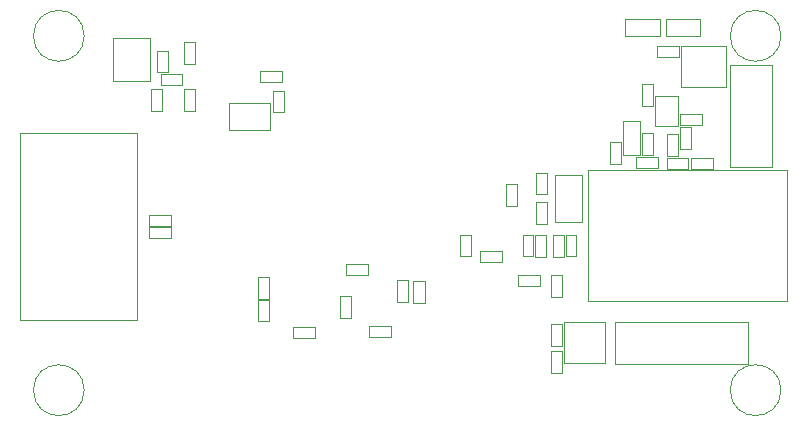
<source format=gbr>
%TF.GenerationSoftware,KiCad,Pcbnew,8.0.2-1*%
%TF.CreationDate,2024-09-12T10:11:59+09:00*%
%TF.ProjectId,gas_nrf52832,6761735f-6e72-4663-9532-3833322e6b69,rev?*%
%TF.SameCoordinates,Original*%
%TF.FileFunction,Other,User*%
%FSLAX46Y46*%
G04 Gerber Fmt 4.6, Leading zero omitted, Abs format (unit mm)*
G04 Created by KiCad (PCBNEW 8.0.2-1) date 2024-09-12 10:11:59*
%MOMM*%
%LPD*%
G01*
G04 APERTURE LIST*
%ADD10C,0.050000*%
%ADD11C,0.100000*%
G04 APERTURE END LIST*
D10*
X143355000Y-86345000D02*
X144295000Y-86345000D01*
X143355000Y-88205000D02*
X143355000Y-86345000D01*
X144295000Y-86345000D02*
X144295000Y-88205000D01*
X144295000Y-88205000D02*
X143355000Y-88205000D01*
X127565000Y-96190000D02*
X129425000Y-96190000D01*
X127565000Y-97130000D02*
X127565000Y-96190000D01*
X129425000Y-96190000D02*
X129425000Y-97130000D01*
X129425000Y-97130000D02*
X127565000Y-97130000D01*
X106350000Y-83645000D02*
X109750000Y-83645000D01*
X106350000Y-85945000D02*
X106350000Y-83645000D01*
X109750000Y-83645000D02*
X109750000Y-85945000D01*
X109750000Y-85945000D02*
X106350000Y-85945000D01*
X108760000Y-100365000D02*
X109680000Y-100365000D01*
X108760000Y-102185000D02*
X108760000Y-100365000D01*
X109680000Y-100365000D02*
X109680000Y-102185000D01*
X109680000Y-102185000D02*
X108760000Y-102185000D01*
X139820000Y-76570000D02*
X142780000Y-76570000D01*
X139820000Y-78030000D02*
X139820000Y-76570000D01*
X142780000Y-76570000D02*
X142780000Y-78030000D01*
X142780000Y-78030000D02*
X139820000Y-78030000D01*
X141305000Y-82080000D02*
X142245000Y-82080000D01*
X141305000Y-83940000D02*
X141305000Y-82080000D01*
X142245000Y-82080000D02*
X142245000Y-83940000D01*
X142245000Y-83940000D02*
X141305000Y-83940000D01*
X96530000Y-78190000D02*
X96530000Y-81790000D01*
X96530000Y-81790000D02*
X99630000Y-81790000D01*
X99630000Y-78190000D02*
X96530000Y-78190000D01*
X99630000Y-81790000D02*
X99630000Y-78190000D01*
X139020000Y-102200000D02*
X139020000Y-105800000D01*
X139020000Y-105800000D02*
X150220000Y-105800000D01*
X150220000Y-102200000D02*
X139020000Y-102200000D01*
X150220000Y-105800000D02*
X150220000Y-102200000D01*
X133900000Y-89750000D02*
X136200000Y-89750000D01*
X133900000Y-93750000D02*
X133900000Y-89750000D01*
X133900000Y-93750000D02*
X136200000Y-93750000D01*
X136200000Y-93750000D02*
X136200000Y-89750000D01*
X143365000Y-88340000D02*
X145185000Y-88340000D01*
X143365000Y-89260000D02*
X143365000Y-88340000D01*
X145185000Y-88340000D02*
X145185000Y-89260000D01*
X145185000Y-89260000D02*
X143365000Y-89260000D01*
X94050000Y-78000000D02*
G75*
G02*
X89750000Y-78000000I-2150000J0D01*
G01*
X89750000Y-78000000D02*
G75*
G02*
X94050000Y-78000000I2150000J0D01*
G01*
X94050000Y-108000000D02*
G75*
G02*
X89750000Y-108000000I-2150000J0D01*
G01*
X89750000Y-108000000D02*
G75*
G02*
X94050000Y-108000000I2150000J0D01*
G01*
X153050000Y-78000000D02*
G75*
G02*
X148750000Y-78000000I-2150000J0D01*
G01*
X148750000Y-78000000D02*
G75*
G02*
X153050000Y-78000000I2150000J0D01*
G01*
X153050000Y-108000000D02*
G75*
G02*
X148750000Y-108000000I-2150000J0D01*
G01*
X148750000Y-108000000D02*
G75*
G02*
X153050000Y-108000000I2150000J0D01*
G01*
X111735000Y-102665000D02*
X113555000Y-102665000D01*
X111735000Y-103585000D02*
X111735000Y-102665000D01*
X113555000Y-102665000D02*
X113555000Y-103585000D01*
X113555000Y-103585000D02*
X111735000Y-103585000D01*
X102490000Y-82505000D02*
X103410000Y-82505000D01*
X102490000Y-84325000D02*
X102490000Y-82505000D01*
X103410000Y-82505000D02*
X103410000Y-84325000D01*
X103410000Y-84325000D02*
X102490000Y-84325000D01*
X142350000Y-83136000D02*
X144350000Y-83136000D01*
X142350000Y-85596000D02*
X142350000Y-83136000D01*
X144350000Y-83136000D02*
X144350000Y-85596000D01*
X144350000Y-85596000D02*
X142350000Y-85596000D01*
X99715000Y-82505000D02*
X100635000Y-82505000D01*
X99715000Y-84325000D02*
X99715000Y-82505000D01*
X100635000Y-82505000D02*
X100635000Y-84325000D01*
X100635000Y-84325000D02*
X99715000Y-84325000D01*
X139670000Y-85170000D02*
X141130000Y-85170000D01*
X139670000Y-88130000D02*
X139670000Y-85170000D01*
X141130000Y-85170000D02*
X141130000Y-88130000D01*
X141130000Y-88130000D02*
X139670000Y-88130000D01*
X132225000Y-94830000D02*
X133165000Y-94830000D01*
X132225000Y-96690000D02*
X132225000Y-94830000D01*
X133165000Y-94830000D02*
X133165000Y-96690000D01*
X133165000Y-96690000D02*
X132225000Y-96690000D01*
X134640000Y-102202500D02*
X134640000Y-105702500D01*
X134640000Y-105702500D02*
X138140000Y-105702500D01*
X138140000Y-102202500D02*
X134640000Y-102202500D01*
X138140000Y-105702500D02*
X138140000Y-102202500D01*
X148700000Y-80435000D02*
X148700000Y-89085000D01*
X148700000Y-89085000D02*
X152300000Y-89085000D01*
X152300000Y-80435000D02*
X148700000Y-80435000D01*
X152300000Y-89085000D02*
X152300000Y-80435000D01*
X110015000Y-82650000D02*
X110935000Y-82650000D01*
X110015000Y-84470000D02*
X110015000Y-82650000D01*
X110935000Y-82650000D02*
X110935000Y-84470000D01*
X110935000Y-84470000D02*
X110015000Y-84470000D01*
X144470000Y-84580000D02*
X146330000Y-84580000D01*
X144470000Y-85520000D02*
X144470000Y-84580000D01*
X146330000Y-84580000D02*
X146330000Y-85520000D01*
X146330000Y-85520000D02*
X144470000Y-85520000D01*
X100250000Y-79280000D02*
X101170000Y-79280000D01*
X100250000Y-81100000D02*
X100250000Y-79280000D01*
X101170000Y-79280000D02*
X101170000Y-81100000D01*
X101170000Y-81100000D02*
X100250000Y-81100000D01*
X130770000Y-98230000D02*
X132630000Y-98230000D01*
X130770000Y-99170000D02*
X130770000Y-98230000D01*
X132630000Y-98230000D02*
X132630000Y-99170000D01*
X132630000Y-99170000D02*
X130770000Y-99170000D01*
X141280000Y-86220000D02*
X142220000Y-86220000D01*
X141280000Y-88080000D02*
X141280000Y-86220000D01*
X142220000Y-86220000D02*
X142220000Y-88080000D01*
X142220000Y-88080000D02*
X141280000Y-88080000D01*
X136750000Y-89377500D02*
X136750000Y-100477500D01*
X136750000Y-100477500D02*
X153550000Y-100477500D01*
X153550000Y-89377500D02*
X136750000Y-89377500D01*
X153550000Y-100477500D02*
X153550000Y-89377500D01*
X145410000Y-88330000D02*
X147270000Y-88330000D01*
X145410000Y-89270000D02*
X145410000Y-88330000D01*
X147270000Y-88330000D02*
X147270000Y-89270000D01*
X147270000Y-89270000D02*
X145410000Y-89270000D01*
X133550000Y-98290000D02*
X134470000Y-98290000D01*
X133550000Y-100110000D02*
X133550000Y-98290000D01*
X134470000Y-98290000D02*
X134470000Y-100110000D01*
X134470000Y-100110000D02*
X133550000Y-100110000D01*
X140790000Y-88290000D02*
X142610000Y-88290000D01*
X140790000Y-89210000D02*
X140790000Y-88290000D01*
X142610000Y-88290000D02*
X142610000Y-89210000D01*
X142610000Y-89210000D02*
X140790000Y-89210000D01*
X120510000Y-98715000D02*
X121430000Y-98715000D01*
X120510000Y-100535000D02*
X120510000Y-98715000D01*
X121430000Y-98715000D02*
X121430000Y-100535000D01*
X121430000Y-100535000D02*
X120510000Y-100535000D01*
X129750000Y-90550000D02*
X130690000Y-90550000D01*
X129750000Y-92410000D02*
X129750000Y-90550000D01*
X130690000Y-90550000D02*
X130690000Y-92410000D01*
X130690000Y-92410000D02*
X129750000Y-92410000D01*
X115730000Y-99995000D02*
X116670000Y-99995000D01*
X115730000Y-101855000D02*
X115730000Y-99995000D01*
X116670000Y-99995000D02*
X116670000Y-101855000D01*
X116670000Y-101855000D02*
X115730000Y-101855000D01*
X125860000Y-94825000D02*
X126780000Y-94825000D01*
X125860000Y-96645000D02*
X125860000Y-94825000D01*
X126780000Y-94825000D02*
X126780000Y-96645000D01*
X126780000Y-96645000D02*
X125860000Y-96645000D01*
X108750000Y-98420000D02*
X109690000Y-98420000D01*
X108750000Y-100280000D02*
X108750000Y-98420000D01*
X109690000Y-98420000D02*
X109690000Y-100280000D01*
X109690000Y-100280000D02*
X108750000Y-100280000D01*
X132340000Y-89610000D02*
X133260000Y-89610000D01*
X132340000Y-91430000D02*
X132340000Y-89610000D01*
X133260000Y-89610000D02*
X133260000Y-91430000D01*
X133260000Y-91430000D02*
X132340000Y-91430000D01*
X142520000Y-78830000D02*
X144380000Y-78830000D01*
X142520000Y-79770000D02*
X142520000Y-78830000D01*
X144380000Y-78830000D02*
X144380000Y-79770000D01*
X144380000Y-79770000D02*
X142520000Y-79770000D01*
X118170000Y-102590000D02*
X119990000Y-102590000D01*
X118170000Y-103510000D02*
X118170000Y-102590000D01*
X119990000Y-102590000D02*
X119990000Y-103510000D01*
X119990000Y-103510000D02*
X118170000Y-103510000D01*
X133605000Y-102410000D02*
X134525000Y-102410000D01*
X133605000Y-104230000D02*
X133605000Y-102410000D01*
X134525000Y-102410000D02*
X134525000Y-104230000D01*
X134525000Y-104230000D02*
X133605000Y-104230000D01*
X144550000Y-78825000D02*
X148400000Y-78825000D01*
X144550000Y-82365000D02*
X144550000Y-78825000D01*
X148400000Y-78825000D02*
X148400000Y-82365000D01*
X148400000Y-82365000D02*
X144550000Y-82365000D01*
X99520000Y-94155000D02*
X101380000Y-94155000D01*
X99520000Y-95095000D02*
X99520000Y-94155000D01*
X101380000Y-94155000D02*
X101380000Y-95095000D01*
X101380000Y-95095000D02*
X99520000Y-95095000D01*
X121930000Y-98720000D02*
X122870000Y-98720000D01*
X121930000Y-100580000D02*
X121930000Y-98720000D01*
X122870000Y-98720000D02*
X122870000Y-100580000D01*
X122870000Y-100580000D02*
X121930000Y-100580000D01*
X143270000Y-76570000D02*
X146230000Y-76570000D01*
X143270000Y-78030000D02*
X143270000Y-76570000D01*
X146230000Y-76570000D02*
X146230000Y-78030000D01*
X146230000Y-78030000D02*
X143270000Y-78030000D01*
X100540000Y-81235000D02*
X102360000Y-81235000D01*
X100540000Y-82155000D02*
X100540000Y-81235000D01*
X102360000Y-81235000D02*
X102360000Y-82155000D01*
X102360000Y-82155000D02*
X100540000Y-82155000D01*
X138540000Y-86990000D02*
X139460000Y-86990000D01*
X138540000Y-88810000D02*
X138540000Y-86990000D01*
X139460000Y-86990000D02*
X139460000Y-88810000D01*
X139460000Y-88810000D02*
X138540000Y-88810000D01*
X133730000Y-94825000D02*
X134670000Y-94825000D01*
X133730000Y-96685000D02*
X133730000Y-94825000D01*
X134670000Y-94825000D02*
X134670000Y-96685000D01*
X134670000Y-96685000D02*
X133730000Y-96685000D01*
X102515000Y-78500000D02*
X103455000Y-78500000D01*
X102515000Y-80360000D02*
X102515000Y-78500000D01*
X103455000Y-78500000D02*
X103455000Y-80360000D01*
X103455000Y-80360000D02*
X102515000Y-80360000D01*
X99520000Y-93130000D02*
X101380000Y-93130000D01*
X99520000Y-94070000D02*
X99520000Y-93130000D01*
X101380000Y-93130000D02*
X101380000Y-94070000D01*
X101380000Y-94070000D02*
X99520000Y-94070000D01*
X144455000Y-85735000D02*
X145395000Y-85735000D01*
X144455000Y-87595000D02*
X144455000Y-85735000D01*
X145395000Y-85735000D02*
X145395000Y-87595000D01*
X145395000Y-87595000D02*
X144455000Y-87595000D01*
X132340000Y-92090000D02*
X133260000Y-92090000D01*
X132340000Y-93910000D02*
X132340000Y-92090000D01*
X133260000Y-92090000D02*
X133260000Y-93910000D01*
X133260000Y-93910000D02*
X132340000Y-93910000D01*
D11*
X88600000Y-86218000D02*
X98550000Y-86218000D01*
X88600000Y-102023000D02*
X88600000Y-86218000D01*
X98550000Y-86218000D02*
X98550000Y-102023000D01*
X98550000Y-102023000D02*
X88600000Y-102023000D01*
D10*
X133605000Y-104705000D02*
X134525000Y-104705000D01*
X133605000Y-106525000D02*
X133605000Y-104705000D01*
X134525000Y-104705000D02*
X134525000Y-106525000D01*
X134525000Y-106525000D02*
X133605000Y-106525000D01*
X116210000Y-97280000D02*
X118070000Y-97280000D01*
X116210000Y-98220000D02*
X116210000Y-97280000D01*
X118070000Y-97280000D02*
X118070000Y-98220000D01*
X118070000Y-98220000D02*
X116210000Y-98220000D01*
X131170000Y-94830000D02*
X132090000Y-94830000D01*
X131170000Y-96650000D02*
X131170000Y-94830000D01*
X132090000Y-94830000D02*
X132090000Y-96650000D01*
X132090000Y-96650000D02*
X131170000Y-96650000D01*
X134810000Y-94825000D02*
X135730000Y-94825000D01*
X134810000Y-96645000D02*
X134810000Y-94825000D01*
X135730000Y-94825000D02*
X135730000Y-96645000D01*
X135730000Y-96645000D02*
X134810000Y-96645000D01*
X108960000Y-80960000D02*
X110780000Y-80960000D01*
X108960000Y-81880000D02*
X108960000Y-80960000D01*
X110780000Y-80960000D02*
X110780000Y-81880000D01*
X110780000Y-81880000D02*
X108960000Y-81880000D01*
M02*

</source>
